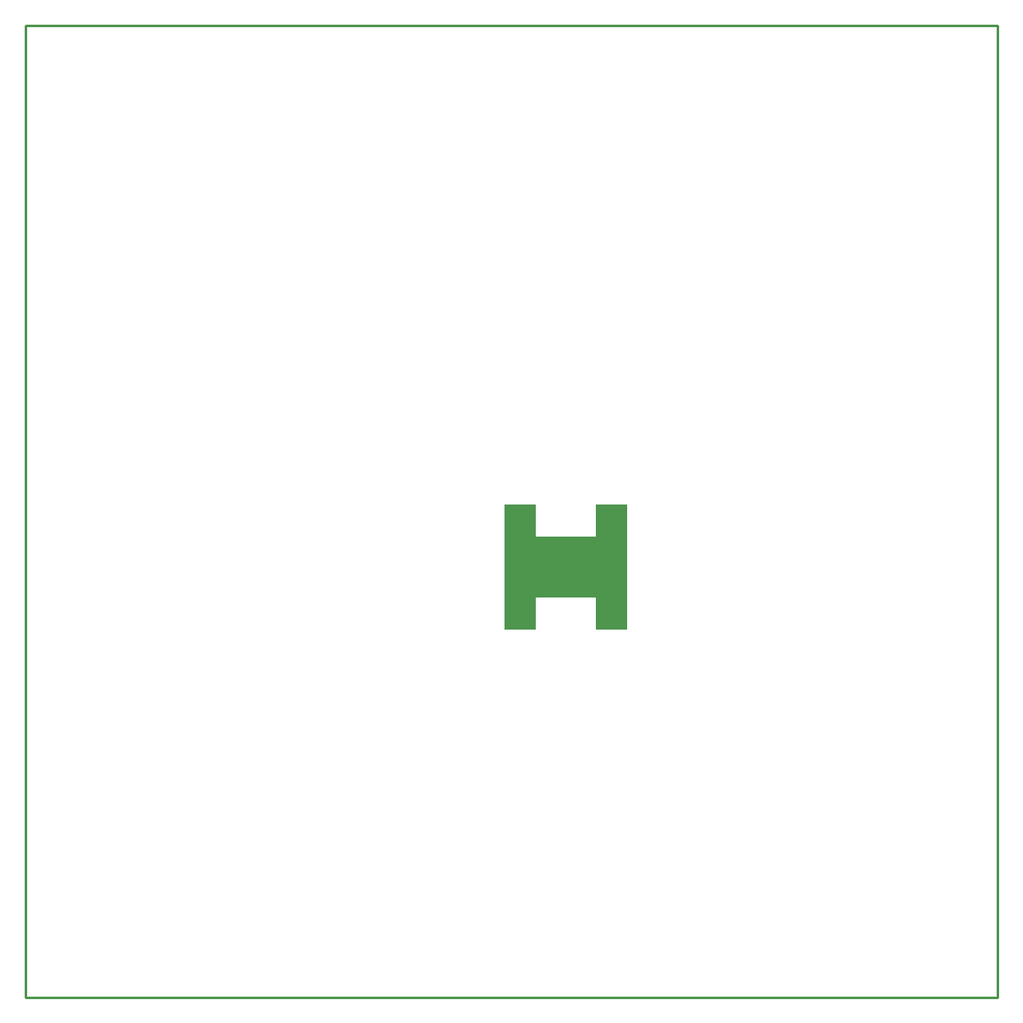
<source format=gko>
G04*
G04 #@! TF.GenerationSoftware,Altium Limited,Altium Designer,18.0.11 (651)*
G04*
G04 Layer_Color=16711935*
%FSLAX44Y44*%
%MOMM*%
G71*
G01*
G75*
%ADD12C,0.2540*%
%ADD76R,6.9850X6.3500*%
%ADD77R,3.3020X12.9540*%
D12*
X508000Y762000D02*
X1508000D01*
Y1762000D01*
X508000D02*
X1508000D01*
X508000Y762000D02*
Y1762000D01*
D76*
X1064641Y1204722D02*
D03*
D77*
X1110996D02*
D03*
X1017016D02*
D03*
M02*

</source>
